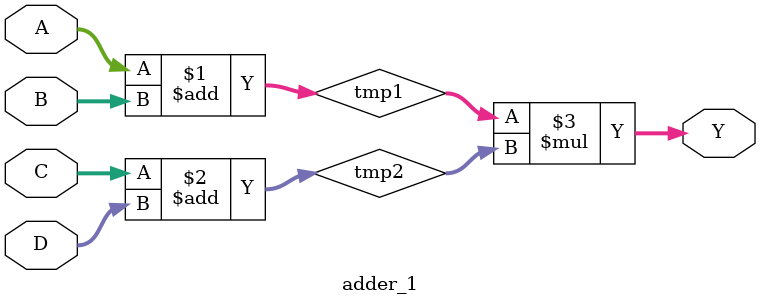
<source format=v>
module adder_1(A,B,C,D,Y);
input [7:0] A,B,C,D;
wire [8:0] tmp1,tmp2;
output [17:0] Y;
assign tmp1=A+B;
assign tmp2=C+D;
assign Y=tmp1*tmp2;


endmodule

</source>
